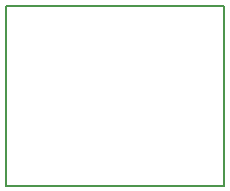
<source format=gko>
G04 #@! TF.FileFunction,Profile,NP*
%FSLAX46Y46*%
G04 Gerber Fmt 4.6, Leading zero omitted, Abs format (unit mm)*
G04 Created by KiCad (PCBNEW 4.0.7-e2-6376~58~ubuntu16.04.1) date Sat Jan 13 09:51:46 2018*
%MOMM*%
%LPD*%
G01*
G04 APERTURE LIST*
%ADD10C,0.100000*%
%ADD11C,0.150000*%
G04 APERTURE END LIST*
D10*
D11*
X140335000Y-97790000D02*
X140335000Y-82550000D01*
X158750000Y-97790000D02*
X140335000Y-97790000D01*
X158750000Y-82550000D02*
X158750000Y-97790000D01*
X140335000Y-82550000D02*
X158750000Y-82550000D01*
M02*

</source>
